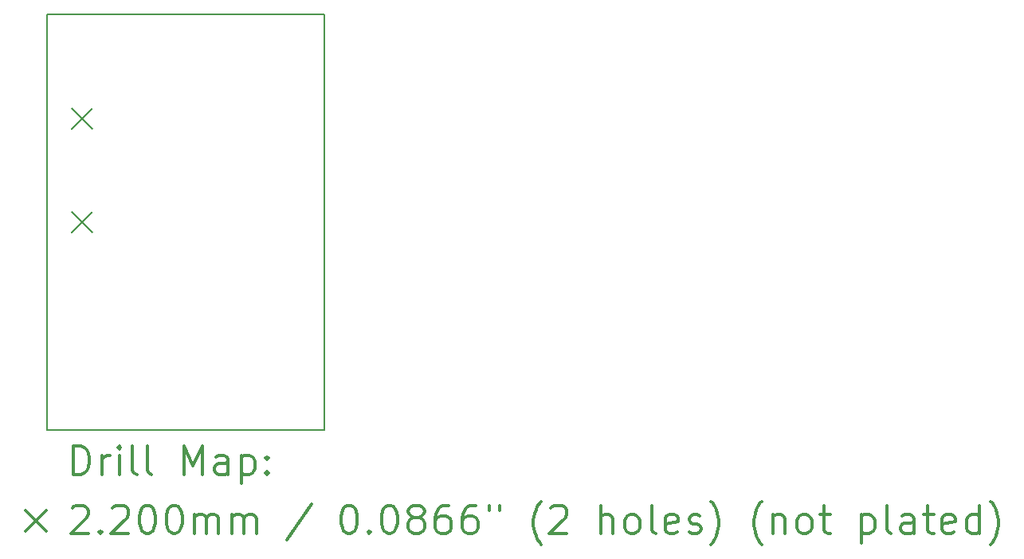
<source format=gbr>
%FSLAX45Y45*%
G04 Gerber Fmt 4.5, Leading zero omitted, Abs format (unit mm)*
G04 Created by KiCad (PCBNEW 5.1.10) date 2022-01-04 22:36:50*
%MOMM*%
%LPD*%
G01*
G04 APERTURE LIST*
%TA.AperFunction,Profile*%
%ADD10C,0.150000*%
%TD*%
%ADD11C,0.200000*%
%ADD12C,0.300000*%
G04 APERTURE END LIST*
D10*
X12395200Y-10769600D02*
X12395200Y-6350000D01*
X15341600Y-10769600D02*
X12395200Y-10769600D01*
X15341600Y-6350000D02*
X15341600Y-10769600D01*
X12395200Y-6350000D02*
X15341600Y-6350000D01*
D11*
X12657640Y-7348620D02*
X12877640Y-7568620D01*
X12877640Y-7348620D02*
X12657640Y-7568620D01*
X12657640Y-8448620D02*
X12877640Y-8668620D01*
X12877640Y-8448620D02*
X12657640Y-8668620D01*
D12*
X12674128Y-11242814D02*
X12674128Y-10942814D01*
X12745557Y-10942814D01*
X12788414Y-10957100D01*
X12816986Y-10985672D01*
X12831271Y-11014243D01*
X12845557Y-11071386D01*
X12845557Y-11114243D01*
X12831271Y-11171386D01*
X12816986Y-11199957D01*
X12788414Y-11228529D01*
X12745557Y-11242814D01*
X12674128Y-11242814D01*
X12974128Y-11242814D02*
X12974128Y-11042814D01*
X12974128Y-11099957D02*
X12988414Y-11071386D01*
X13002700Y-11057100D01*
X13031271Y-11042814D01*
X13059843Y-11042814D01*
X13159843Y-11242814D02*
X13159843Y-11042814D01*
X13159843Y-10942814D02*
X13145557Y-10957100D01*
X13159843Y-10971386D01*
X13174128Y-10957100D01*
X13159843Y-10942814D01*
X13159843Y-10971386D01*
X13345557Y-11242814D02*
X13316986Y-11228529D01*
X13302700Y-11199957D01*
X13302700Y-10942814D01*
X13502700Y-11242814D02*
X13474128Y-11228529D01*
X13459843Y-11199957D01*
X13459843Y-10942814D01*
X13845557Y-11242814D02*
X13845557Y-10942814D01*
X13945557Y-11157100D01*
X14045557Y-10942814D01*
X14045557Y-11242814D01*
X14316986Y-11242814D02*
X14316986Y-11085672D01*
X14302700Y-11057100D01*
X14274128Y-11042814D01*
X14216986Y-11042814D01*
X14188414Y-11057100D01*
X14316986Y-11228529D02*
X14288414Y-11242814D01*
X14216986Y-11242814D01*
X14188414Y-11228529D01*
X14174128Y-11199957D01*
X14174128Y-11171386D01*
X14188414Y-11142814D01*
X14216986Y-11128529D01*
X14288414Y-11128529D01*
X14316986Y-11114243D01*
X14459843Y-11042814D02*
X14459843Y-11342814D01*
X14459843Y-11057100D02*
X14488414Y-11042814D01*
X14545557Y-11042814D01*
X14574128Y-11057100D01*
X14588414Y-11071386D01*
X14602700Y-11099957D01*
X14602700Y-11185671D01*
X14588414Y-11214243D01*
X14574128Y-11228529D01*
X14545557Y-11242814D01*
X14488414Y-11242814D01*
X14459843Y-11228529D01*
X14731271Y-11214243D02*
X14745557Y-11228529D01*
X14731271Y-11242814D01*
X14716986Y-11228529D01*
X14731271Y-11214243D01*
X14731271Y-11242814D01*
X14731271Y-11057100D02*
X14745557Y-11071386D01*
X14731271Y-11085672D01*
X14716986Y-11071386D01*
X14731271Y-11057100D01*
X14731271Y-11085672D01*
X12167700Y-11627100D02*
X12387700Y-11847100D01*
X12387700Y-11627100D02*
X12167700Y-11847100D01*
X12659843Y-11601386D02*
X12674128Y-11587100D01*
X12702700Y-11572814D01*
X12774128Y-11572814D01*
X12802700Y-11587100D01*
X12816986Y-11601386D01*
X12831271Y-11629957D01*
X12831271Y-11658529D01*
X12816986Y-11701386D01*
X12645557Y-11872814D01*
X12831271Y-11872814D01*
X12959843Y-11844243D02*
X12974128Y-11858529D01*
X12959843Y-11872814D01*
X12945557Y-11858529D01*
X12959843Y-11844243D01*
X12959843Y-11872814D01*
X13088414Y-11601386D02*
X13102700Y-11587100D01*
X13131271Y-11572814D01*
X13202700Y-11572814D01*
X13231271Y-11587100D01*
X13245557Y-11601386D01*
X13259843Y-11629957D01*
X13259843Y-11658529D01*
X13245557Y-11701386D01*
X13074128Y-11872814D01*
X13259843Y-11872814D01*
X13445557Y-11572814D02*
X13474128Y-11572814D01*
X13502700Y-11587100D01*
X13516986Y-11601386D01*
X13531271Y-11629957D01*
X13545557Y-11687100D01*
X13545557Y-11758529D01*
X13531271Y-11815671D01*
X13516986Y-11844243D01*
X13502700Y-11858529D01*
X13474128Y-11872814D01*
X13445557Y-11872814D01*
X13416986Y-11858529D01*
X13402700Y-11844243D01*
X13388414Y-11815671D01*
X13374128Y-11758529D01*
X13374128Y-11687100D01*
X13388414Y-11629957D01*
X13402700Y-11601386D01*
X13416986Y-11587100D01*
X13445557Y-11572814D01*
X13731271Y-11572814D02*
X13759843Y-11572814D01*
X13788414Y-11587100D01*
X13802700Y-11601386D01*
X13816986Y-11629957D01*
X13831271Y-11687100D01*
X13831271Y-11758529D01*
X13816986Y-11815671D01*
X13802700Y-11844243D01*
X13788414Y-11858529D01*
X13759843Y-11872814D01*
X13731271Y-11872814D01*
X13702700Y-11858529D01*
X13688414Y-11844243D01*
X13674128Y-11815671D01*
X13659843Y-11758529D01*
X13659843Y-11687100D01*
X13674128Y-11629957D01*
X13688414Y-11601386D01*
X13702700Y-11587100D01*
X13731271Y-11572814D01*
X13959843Y-11872814D02*
X13959843Y-11672814D01*
X13959843Y-11701386D02*
X13974128Y-11687100D01*
X14002700Y-11672814D01*
X14045557Y-11672814D01*
X14074128Y-11687100D01*
X14088414Y-11715671D01*
X14088414Y-11872814D01*
X14088414Y-11715671D02*
X14102700Y-11687100D01*
X14131271Y-11672814D01*
X14174128Y-11672814D01*
X14202700Y-11687100D01*
X14216986Y-11715671D01*
X14216986Y-11872814D01*
X14359843Y-11872814D02*
X14359843Y-11672814D01*
X14359843Y-11701386D02*
X14374128Y-11687100D01*
X14402700Y-11672814D01*
X14445557Y-11672814D01*
X14474128Y-11687100D01*
X14488414Y-11715671D01*
X14488414Y-11872814D01*
X14488414Y-11715671D02*
X14502700Y-11687100D01*
X14531271Y-11672814D01*
X14574128Y-11672814D01*
X14602700Y-11687100D01*
X14616986Y-11715671D01*
X14616986Y-11872814D01*
X15202700Y-11558529D02*
X14945557Y-11944243D01*
X15588414Y-11572814D02*
X15616986Y-11572814D01*
X15645557Y-11587100D01*
X15659843Y-11601386D01*
X15674128Y-11629957D01*
X15688414Y-11687100D01*
X15688414Y-11758529D01*
X15674128Y-11815671D01*
X15659843Y-11844243D01*
X15645557Y-11858529D01*
X15616986Y-11872814D01*
X15588414Y-11872814D01*
X15559843Y-11858529D01*
X15545557Y-11844243D01*
X15531271Y-11815671D01*
X15516986Y-11758529D01*
X15516986Y-11687100D01*
X15531271Y-11629957D01*
X15545557Y-11601386D01*
X15559843Y-11587100D01*
X15588414Y-11572814D01*
X15816986Y-11844243D02*
X15831271Y-11858529D01*
X15816986Y-11872814D01*
X15802700Y-11858529D01*
X15816986Y-11844243D01*
X15816986Y-11872814D01*
X16016986Y-11572814D02*
X16045557Y-11572814D01*
X16074128Y-11587100D01*
X16088414Y-11601386D01*
X16102700Y-11629957D01*
X16116986Y-11687100D01*
X16116986Y-11758529D01*
X16102700Y-11815671D01*
X16088414Y-11844243D01*
X16074128Y-11858529D01*
X16045557Y-11872814D01*
X16016986Y-11872814D01*
X15988414Y-11858529D01*
X15974128Y-11844243D01*
X15959843Y-11815671D01*
X15945557Y-11758529D01*
X15945557Y-11687100D01*
X15959843Y-11629957D01*
X15974128Y-11601386D01*
X15988414Y-11587100D01*
X16016986Y-11572814D01*
X16288414Y-11701386D02*
X16259843Y-11687100D01*
X16245557Y-11672814D01*
X16231271Y-11644243D01*
X16231271Y-11629957D01*
X16245557Y-11601386D01*
X16259843Y-11587100D01*
X16288414Y-11572814D01*
X16345557Y-11572814D01*
X16374128Y-11587100D01*
X16388414Y-11601386D01*
X16402700Y-11629957D01*
X16402700Y-11644243D01*
X16388414Y-11672814D01*
X16374128Y-11687100D01*
X16345557Y-11701386D01*
X16288414Y-11701386D01*
X16259843Y-11715671D01*
X16245557Y-11729957D01*
X16231271Y-11758529D01*
X16231271Y-11815671D01*
X16245557Y-11844243D01*
X16259843Y-11858529D01*
X16288414Y-11872814D01*
X16345557Y-11872814D01*
X16374128Y-11858529D01*
X16388414Y-11844243D01*
X16402700Y-11815671D01*
X16402700Y-11758529D01*
X16388414Y-11729957D01*
X16374128Y-11715671D01*
X16345557Y-11701386D01*
X16659843Y-11572814D02*
X16602700Y-11572814D01*
X16574128Y-11587100D01*
X16559843Y-11601386D01*
X16531271Y-11644243D01*
X16516986Y-11701386D01*
X16516986Y-11815671D01*
X16531271Y-11844243D01*
X16545557Y-11858529D01*
X16574128Y-11872814D01*
X16631271Y-11872814D01*
X16659843Y-11858529D01*
X16674128Y-11844243D01*
X16688414Y-11815671D01*
X16688414Y-11744243D01*
X16674128Y-11715671D01*
X16659843Y-11701386D01*
X16631271Y-11687100D01*
X16574128Y-11687100D01*
X16545557Y-11701386D01*
X16531271Y-11715671D01*
X16516986Y-11744243D01*
X16945557Y-11572814D02*
X16888414Y-11572814D01*
X16859843Y-11587100D01*
X16845557Y-11601386D01*
X16816986Y-11644243D01*
X16802700Y-11701386D01*
X16802700Y-11815671D01*
X16816986Y-11844243D01*
X16831271Y-11858529D01*
X16859843Y-11872814D01*
X16916986Y-11872814D01*
X16945557Y-11858529D01*
X16959843Y-11844243D01*
X16974128Y-11815671D01*
X16974128Y-11744243D01*
X16959843Y-11715671D01*
X16945557Y-11701386D01*
X16916986Y-11687100D01*
X16859843Y-11687100D01*
X16831271Y-11701386D01*
X16816986Y-11715671D01*
X16802700Y-11744243D01*
X17088414Y-11572814D02*
X17088414Y-11629957D01*
X17202700Y-11572814D02*
X17202700Y-11629957D01*
X17645557Y-11987100D02*
X17631271Y-11972814D01*
X17602700Y-11929957D01*
X17588414Y-11901386D01*
X17574128Y-11858529D01*
X17559843Y-11787100D01*
X17559843Y-11729957D01*
X17574128Y-11658529D01*
X17588414Y-11615671D01*
X17602700Y-11587100D01*
X17631271Y-11544243D01*
X17645557Y-11529957D01*
X17745557Y-11601386D02*
X17759843Y-11587100D01*
X17788414Y-11572814D01*
X17859843Y-11572814D01*
X17888414Y-11587100D01*
X17902700Y-11601386D01*
X17916986Y-11629957D01*
X17916986Y-11658529D01*
X17902700Y-11701386D01*
X17731271Y-11872814D01*
X17916986Y-11872814D01*
X18274128Y-11872814D02*
X18274128Y-11572814D01*
X18402700Y-11872814D02*
X18402700Y-11715671D01*
X18388414Y-11687100D01*
X18359843Y-11672814D01*
X18316986Y-11672814D01*
X18288414Y-11687100D01*
X18274128Y-11701386D01*
X18588414Y-11872814D02*
X18559843Y-11858529D01*
X18545557Y-11844243D01*
X18531271Y-11815671D01*
X18531271Y-11729957D01*
X18545557Y-11701386D01*
X18559843Y-11687100D01*
X18588414Y-11672814D01*
X18631271Y-11672814D01*
X18659843Y-11687100D01*
X18674128Y-11701386D01*
X18688414Y-11729957D01*
X18688414Y-11815671D01*
X18674128Y-11844243D01*
X18659843Y-11858529D01*
X18631271Y-11872814D01*
X18588414Y-11872814D01*
X18859843Y-11872814D02*
X18831271Y-11858529D01*
X18816986Y-11829957D01*
X18816986Y-11572814D01*
X19088414Y-11858529D02*
X19059843Y-11872814D01*
X19002700Y-11872814D01*
X18974128Y-11858529D01*
X18959843Y-11829957D01*
X18959843Y-11715671D01*
X18974128Y-11687100D01*
X19002700Y-11672814D01*
X19059843Y-11672814D01*
X19088414Y-11687100D01*
X19102700Y-11715671D01*
X19102700Y-11744243D01*
X18959843Y-11772814D01*
X19216986Y-11858529D02*
X19245557Y-11872814D01*
X19302700Y-11872814D01*
X19331271Y-11858529D01*
X19345557Y-11829957D01*
X19345557Y-11815671D01*
X19331271Y-11787100D01*
X19302700Y-11772814D01*
X19259843Y-11772814D01*
X19231271Y-11758529D01*
X19216986Y-11729957D01*
X19216986Y-11715671D01*
X19231271Y-11687100D01*
X19259843Y-11672814D01*
X19302700Y-11672814D01*
X19331271Y-11687100D01*
X19445557Y-11987100D02*
X19459843Y-11972814D01*
X19488414Y-11929957D01*
X19502700Y-11901386D01*
X19516986Y-11858529D01*
X19531271Y-11787100D01*
X19531271Y-11729957D01*
X19516986Y-11658529D01*
X19502700Y-11615671D01*
X19488414Y-11587100D01*
X19459843Y-11544243D01*
X19445557Y-11529957D01*
X19988414Y-11987100D02*
X19974128Y-11972814D01*
X19945557Y-11929957D01*
X19931271Y-11901386D01*
X19916986Y-11858529D01*
X19902700Y-11787100D01*
X19902700Y-11729957D01*
X19916986Y-11658529D01*
X19931271Y-11615671D01*
X19945557Y-11587100D01*
X19974128Y-11544243D01*
X19988414Y-11529957D01*
X20102700Y-11672814D02*
X20102700Y-11872814D01*
X20102700Y-11701386D02*
X20116986Y-11687100D01*
X20145557Y-11672814D01*
X20188414Y-11672814D01*
X20216986Y-11687100D01*
X20231271Y-11715671D01*
X20231271Y-11872814D01*
X20416986Y-11872814D02*
X20388414Y-11858529D01*
X20374128Y-11844243D01*
X20359843Y-11815671D01*
X20359843Y-11729957D01*
X20374128Y-11701386D01*
X20388414Y-11687100D01*
X20416986Y-11672814D01*
X20459843Y-11672814D01*
X20488414Y-11687100D01*
X20502700Y-11701386D01*
X20516986Y-11729957D01*
X20516986Y-11815671D01*
X20502700Y-11844243D01*
X20488414Y-11858529D01*
X20459843Y-11872814D01*
X20416986Y-11872814D01*
X20602700Y-11672814D02*
X20716986Y-11672814D01*
X20645557Y-11572814D02*
X20645557Y-11829957D01*
X20659843Y-11858529D01*
X20688414Y-11872814D01*
X20716986Y-11872814D01*
X21045557Y-11672814D02*
X21045557Y-11972814D01*
X21045557Y-11687100D02*
X21074128Y-11672814D01*
X21131271Y-11672814D01*
X21159843Y-11687100D01*
X21174128Y-11701386D01*
X21188414Y-11729957D01*
X21188414Y-11815671D01*
X21174128Y-11844243D01*
X21159843Y-11858529D01*
X21131271Y-11872814D01*
X21074128Y-11872814D01*
X21045557Y-11858529D01*
X21359843Y-11872814D02*
X21331271Y-11858529D01*
X21316986Y-11829957D01*
X21316986Y-11572814D01*
X21602700Y-11872814D02*
X21602700Y-11715671D01*
X21588414Y-11687100D01*
X21559843Y-11672814D01*
X21502700Y-11672814D01*
X21474128Y-11687100D01*
X21602700Y-11858529D02*
X21574128Y-11872814D01*
X21502700Y-11872814D01*
X21474128Y-11858529D01*
X21459843Y-11829957D01*
X21459843Y-11801386D01*
X21474128Y-11772814D01*
X21502700Y-11758529D01*
X21574128Y-11758529D01*
X21602700Y-11744243D01*
X21702700Y-11672814D02*
X21816986Y-11672814D01*
X21745557Y-11572814D02*
X21745557Y-11829957D01*
X21759843Y-11858529D01*
X21788414Y-11872814D01*
X21816986Y-11872814D01*
X22031271Y-11858529D02*
X22002700Y-11872814D01*
X21945557Y-11872814D01*
X21916986Y-11858529D01*
X21902700Y-11829957D01*
X21902700Y-11715671D01*
X21916986Y-11687100D01*
X21945557Y-11672814D01*
X22002700Y-11672814D01*
X22031271Y-11687100D01*
X22045557Y-11715671D01*
X22045557Y-11744243D01*
X21902700Y-11772814D01*
X22302700Y-11872814D02*
X22302700Y-11572814D01*
X22302700Y-11858529D02*
X22274128Y-11872814D01*
X22216986Y-11872814D01*
X22188414Y-11858529D01*
X22174128Y-11844243D01*
X22159843Y-11815671D01*
X22159843Y-11729957D01*
X22174128Y-11701386D01*
X22188414Y-11687100D01*
X22216986Y-11672814D01*
X22274128Y-11672814D01*
X22302700Y-11687100D01*
X22416986Y-11987100D02*
X22431271Y-11972814D01*
X22459843Y-11929957D01*
X22474128Y-11901386D01*
X22488414Y-11858529D01*
X22502700Y-11787100D01*
X22502700Y-11729957D01*
X22488414Y-11658529D01*
X22474128Y-11615671D01*
X22459843Y-11587100D01*
X22431271Y-11544243D01*
X22416986Y-11529957D01*
M02*

</source>
